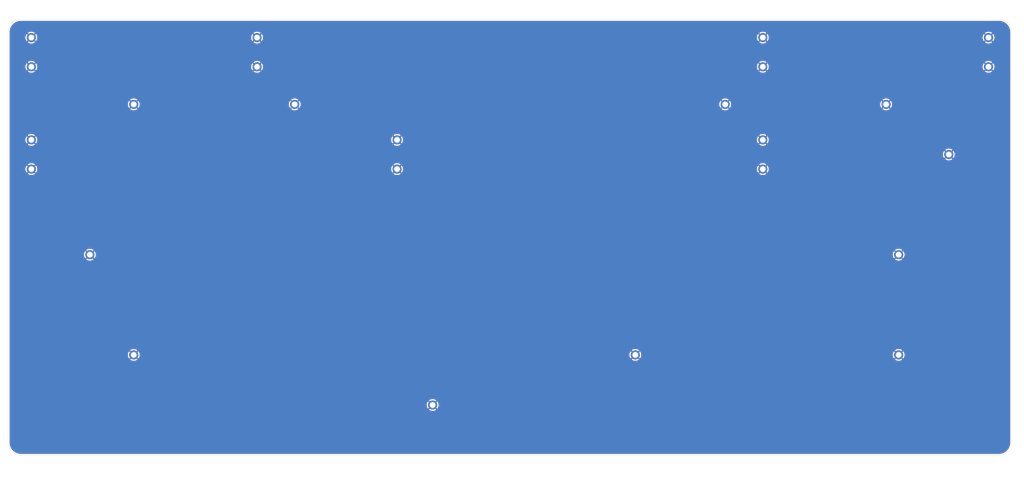
<source format=kicad_pcb>
(kicad_pcb (version 20211014) (generator pcbnew)
  (layers (0 "F.Cu" signal) (31 "B.Cu" signal) (34 "B.Paste" user) (35 "F.Paste" user) (36 "B.SilkS" user "B.Silkscreen") (37 "F.SilkS" user "F.Silkscreen") (38 "B.Mask" user) (39 "F.Mask" user) (44 "Edge.Cuts" user))
  (net 0 "")
  (net 1 "GND")
  (footprint "0xcb:mount" (layer "F.Cu") (at 207.16875 158.75)
    (fp_text reference "MH2" hide)
    (fp_text value "Mount-M2" hide)
    (pad "1" thru_hole circle (at 0 0) (size 3.500001 3.500001) (drill 2.2) (layers *.Cu *.Mask) (net 1 "GND"))
  )
  (footprint "0xcb:mount" (layer "F.Cu") (at 246.0625 183.35625)
    (fp_text reference "MH2" hide)
    (fp_text value "Mount-M2" hide)
    (pad "1" thru_hole circle (at 0 0) (size 3.500001 3.500001) (drill 2.2) (layers *.Cu *.Mask) (net 1 "GND"))
  )
  (footprint "0xcb:mount" (layer "F.Cu") (at 470.69375 144.4625)
    (fp_text reference "MH2" hide)
    (fp_text value "Mount-M2" hide)
    (pad "1" thru_hole circle (at 0 0) (size 3.500001 3.500001) (drill 2.2) (layers *.Cu *.Mask) (net 1 "GND"))
  )
  (footprint "0xcb:mount" (layer "F.Cu") (at 107.15625 183.35625)
    (fp_text reference "MH2" hide)
    (fp_text value "Mount-M2" hide)
    (pad "1" thru_hole circle (at 0 0) (size 3.500001 3.500001) (drill 2.2) (layers *.Cu *.Mask) (net 1 "GND"))
  )
  (footprint "0xcb:mount" (layer "F.Cu") (at 384.96875 172.24375)
    (fp_text reference "MH2" hide)
    (fp_text value "Mount-M2" hide)
    (pad "1" thru_hole circle (at 0 0) (size 3.500001 3.500001) (drill 2.2) (layers *.Cu *.Mask) (net 1 "GND"))
  )
  (footprint "0xcb:mount" (layer "F.Cu") (at 259.55625 273.05)
    (fp_text reference "H1" hide)
    (fp_text value "MountingHole_Pad" hide)
    (pad "1" thru_hole circle (at 0 0) (size 3.500001 3.500001) (drill 2.2) (layers *.Cu *.Mask) (net 1 "GND"))
  )
  (footprint "0xcb:mount" (layer "F.Cu") (at 107.15625 133.35)
    (fp_text reference "MH2" hide)
    (fp_text value "Mount-M2" hide)
    (pad "1" thru_hole circle (at 0 0) (size 3.500001 3.500001) (drill 2.2) (layers *.Cu *.Mask) (net 1 "GND"))
  )
  (footprint "0xcb:mount" (layer "F.Cu") (at 192.88125 133.35)
    (fp_text reference "MH2" hide)
    (fp_text value "Mount-M2" hide)
    (pad "1" thru_hole circle (at 0 0) (size 3.500001 3.500001) (drill 2.2) (layers *.Cu *.Mask) (net 1 "GND"))
  )
  (footprint "0xcb:mount" (layer "F.Cu") (at 436.5625 215.9)
    (fp_text reference "MH2" hide)
    (fp_text value "Mount-M2" hide)
    (pad "1" thru_hole circle (at 0 0) (size 3.500001 3.500001) (drill 2.2) (layers *.Cu *.Mask) (net 1 "GND"))
  )
  (footprint "0xcb:mount" (layer "F.Cu") (at 146.05 254)
    (fp_text reference "MH2" hide)
    (fp_text value "Mount-M2" hide)
    (pad "1" thru_hole circle (at 0 0) (size 3.500001 3.500001) (drill 2.2) (layers *.Cu *.Mask) (net 1 "GND"))
  )
  (footprint "0xcb:mount" (layer "F.Cu") (at 146.05 158.75)
    (fp_text reference "MH2" hide)
    (fp_text value "Mount-M2" hide)
    (pad "1" thru_hole circle (at 0 0) (size 3.500001 3.500001) (drill 2.2) (layers *.Cu *.Mask) (net 1 "GND"))
  )
  (footprint "0xcb:mount" (layer "F.Cu") (at 384.96875 183.35625)
    (fp_text reference "MH2" hide)
    (fp_text value "Mount-M2" hide)
    (pad "1" thru_hole circle (at 0 0) (size 3.500001 3.500001) (drill 2.2) (layers *.Cu *.Mask) (net 1 "GND"))
  )
  (footprint "0xcb:mount" (layer "F.Cu") (at 107.15625 172.24375)
    (fp_text reference "MH2" hide)
    (fp_text value "Mount-M2" hide)
    (pad "1" thru_hole circle (at 0 0) (size 3.500001 3.500001) (drill 2.2) (layers *.Cu *.Mask) (net 1 "GND"))
  )
  (footprint "0xcb:mount" (layer "F.Cu") (at 470.69375 133.35)
    (fp_text reference "MH2" hide)
    (fp_text value "Mount-M2" hide)
    (pad "1" thru_hole circle (at 0 0) (size 3.500001 3.500001) (drill 2.2) (layers *.Cu *.Mask) (net 1 "GND"))
  )
  (footprint "0xcb:mount" (layer "F.Cu") (at 384.96875 133.35)
    (fp_text reference "MH2" hide)
    (fp_text value "Mount-M2" hide)
    (pad "1" thru_hole circle (at 0 0) (size 3.500001 3.500001) (drill 2.2) (layers *.Cu *.Mask) (net 1 "GND"))
  )
  (footprint "0xcb:mount" (layer "F.Cu") (at 384.96875 144.4625)
    (fp_text reference "MH2" hide)
    (fp_text value "Mount-M2" hide)
    (pad "1" thru_hole circle (at 0 0) (size 3.500001 3.500001) (drill 2.2) (layers *.Cu *.Mask) (net 1 "GND"))
  )
  (footprint "0xcb:mount" (layer "F.Cu") (at 455.6125 177.8)
    (fp_text reference "MH2" hide)
    (fp_text value "Mount-M2" hide)
    (pad "1" thru_hole circle (at 0 0) (size 3.500001 3.500001) (drill 2.2) (layers *.Cu *.Mask) (net 1 "GND"))
  )
  (footprint "0xcb:mount" (layer "F.Cu") (at 436.5625 254)
    (fp_text reference "MH2" hide)
    (fp_text value "Mount-M2" hide)
    (pad "1" thru_hole circle (at 0 0) (size 3.500001 3.500001) (drill 2.2) (layers *.Cu *.Mask) (net 1 "GND"))
  )
  (footprint "0xcb:mount" (layer "F.Cu") (at 370.68125 158.75)
    (fp_text reference "MH2" hide)
    (fp_text value "Mount-M2" hide)
    (pad "1" thru_hole circle (at 0 0) (size 3.500001 3.500001) (drill 2.2) (layers *.Cu *.Mask) (net 1 "GND"))
  )
  (footprint "0xcb:mount" (layer "F.Cu") (at 192.88125 144.4625)
    (fp_text reference "MH2" hide)
    (fp_text value "Mount-M2" hide)
    (pad "1" thru_hole circle (at 0 0) (size 3.500001 3.500001) (drill 2.2) (layers *.Cu *.Mask) (net 1 "GND"))
  )
  (footprint "0xcb:mount" (layer "F.Cu") (at 336.55 254)
    (fp_text reference "MH2" hide)
    (fp_text value "Mount-M2" hide)
    (pad "1" thru_hole circle (at 0 0) (size 3.500001 3.500001) (drill 2.2) (layers *.Cu *.Mask) (net 1 "GND"))
  )
  (footprint "0xcb:mount" (layer "F.Cu") (at 246.0625 172.24375)
    (fp_text reference "MH2" hide)
    (fp_text value "Mount-M2" hide)
    (pad "1" thru_hole circle (at 0 0) (size 3.500001 3.500001) (drill 2.2) (layers *.Cu *.Mask) (net 1 "GND"))
  )
  (footprint "0xcb:mount" (layer "F.Cu") (at 129.38125 215.9)
    (fp_text reference "MH2" hide)
    (fp_text value "Mount-M2" hide)
    (pad "1" thru_hole circle (at 0 0) (size 3.500001 3.500001) (drill 2.2) (layers *.Cu *.Mask) (net 1 "GND"))
  )
  (footprint "0xcb:mount" (layer "F.Cu") (at 431.8 158.75)
    (fp_text reference "MH2" hide)
    (fp_text value "Mount-M2" hide)
    (pad "1" thru_hole circle (at 0 0) (size 3.500001 3.500001) (drill 2.2) (layers *.Cu *.Mask) (net 1 "GND"))
  )
  (footprint "0xcb:mount" (layer "F.Cu") (at 107.15625 144.4625)
    (fp_text reference "MH2" hide)
    (fp_text value "Mount-M2" hide)
    (pad "1" thru_hole circle (at 0 0) (size 3.500001 3.500001) (drill 2.2) (layers *.Cu *.Mask) (net 1 "GND"))
  )
  (gr_arc (start 98.425 131.275) (mid 99.819904 127.907404) (end 103.1875 126.5125) (layer "Edge.Cuts") (width 0.1))
  (gr_line (start 291.13125 126.5125) (end 474.6625 126.5125) (layer "Edge.Cuts") (width 0.1))
  (gr_arc (start 479.425 287.3375) (mid 478.030096 290.705096) (end 474.6625 292.1) (layer "Edge.Cuts") (width 0.1))
  (gr_arc (start 474.6625 126.5125) (mid 478.030096 127.907404) (end 479.425 131.275) (layer "Edge.Cuts") (width 0.1))
  (gr_line (start 98.425 287.3375) (end 98.425 131.275) (layer "Edge.Cuts") (width 0.1))
  (gr_line (start 479.425 149.225) (end 479.425 131.275) (layer "Edge.Cuts") (width 0.1))
  (gr_line (start 285.13125 126.5125) (end 103.1875 126.5125) (layer "Edge.Cuts") (width 0.1))
  (gr_line (start 374.65 292.1) (end 103.1875 292.1) (layer "Edge.Cuts") (width 0.1))
  (gr_line (start 479.425 287.3375) (end 479.425 149.225) (layer "Edge.Cuts") (width 0.1))
  (gr_line (start 291.13125 126.5125) (end 285.13125 126.5125) (layer "Edge.Cuts") (width 0.1))
  (gr_line (start 374.65 292.1) (end 474.6625 292.1) (layer "Edge.Cuts") (width 0.1))
  (gr_arc (start 103.1875 292.1) (mid 99.819904 290.705096) (end 98.425 287.3375) (layer "Edge.Cuts") (width 0.1))
  (zone (net 1) (net_name "GND") (layers F&B.Cu) (connect_pads (clearance 0.508)) (min_thickness 0.254) (fill yes (thermal_gap 0.508) (thermal_bridge_width 0.508))
    (polygon (pts (xy 484.1875 301.625) (xy 95.25 301.625) (xy 95.25 119.0625) (xy 484.1875 119.0625)))
  )
)
</source>
